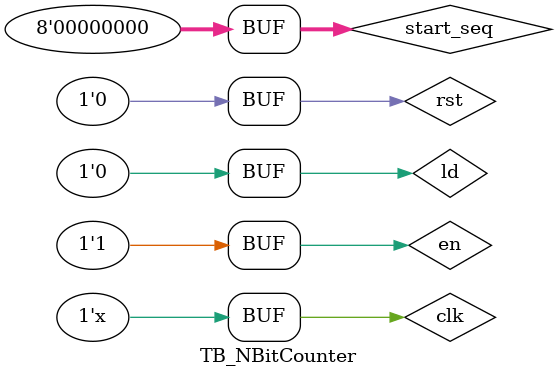
<source format=v>
`timescale 1ns / 1ps


`define CLK_TOGGLE_PERIOD	(25)							// 50ns clock period
`define CLK_CYCLE				(2*`CLK_TOGGLE_PERIOD)	// One clock cycle

module TB_NBitCounter;

	// Inputs
	reg clk;
	reg ld;
	reg en;
	reg rst;
	reg [7:0] start_seq;

	// Outputs
	wire [7:0] count;

	// Instantiate the Unit Under Test (UUT)
	NBitCounter uut (
		.count(count), 
		.clk(clk), 
		.ld(ld), 
		.en(en), 
		.rst(rst), 
		.start_seq(start_seq)
	);

	initial begin
		// Initialize Inputs
		clk = 1;
		ld = 0;
		en = 0;
		rst = 1;
		start_seq = 0;

		// Wait 100 ns for global reset to finish
		#(5*`CLK_CYCLE + 10) rst = 0;
		#`CLK_CYCLE en = 1;

	end

	always
	begin
		#`CLK_TOGGLE_PERIOD clk = ~(clk);
	end
      
endmodule

</source>
